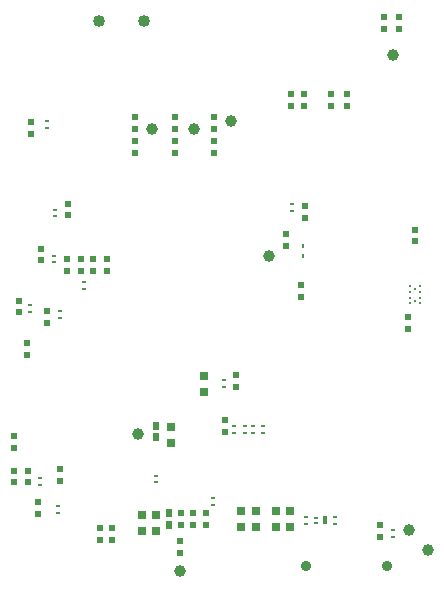
<source format=gbr>
%TF.GenerationSoftware,Altium Limited,Altium Designer,20.1.11 (218)*%
G04 Layer_Color=255*
%FSLAX45Y45*%
%MOMM*%
%TF.SameCoordinates,C7425212-4277-447C-8971-9BA6FDDE4791*%
%TF.FilePolarity,Positive*%
%TF.FileFunction,Pads,Bot*%
%TF.Part,Single*%
G01*
G75*
%TA.AperFunction,SMDPad,CuDef*%
%ADD32R,0.55000X0.60000*%
%TA.AperFunction,ComponentPad*%
%ADD57C,0.90000*%
%ADD58C,1.02000*%
%TA.AperFunction,SMDPad,CuDef*%
%ADD76R,0.50000X0.60000*%
%ADD77R,0.30000X0.27000*%
%ADD78R,0.80000X0.75000*%
%ADD79C,1.00000*%
%ADD80R,0.40000X0.70000*%
%ADD81R,0.40000X0.25000*%
%TA.AperFunction,BGAPad,CuDef*%
%ADD82C,0.25000*%
%TA.AperFunction,SMDPad,CuDef*%
%ADD83R,0.25000X0.36000*%
%ADD84R,0.50000X0.65000*%
D32*
X4700000Y2990002D02*
D03*
Y3090002D02*
D03*
X2090000Y2840000D02*
D03*
Y2740000D02*
D03*
X2329999Y3839999D02*
D03*
Y3740000D02*
D03*
X2669999Y3740001D02*
D03*
Y3840001D02*
D03*
X3000002D02*
D03*
Y3740001D02*
D03*
X1579997Y2300001D02*
D03*
Y2400001D02*
D03*
X2130001Y559999D02*
D03*
Y459999D02*
D03*
X1510002Y779999D02*
D03*
Y679999D02*
D03*
X2999998Y4039999D02*
D03*
Y3939999D02*
D03*
X2669999Y4040000D02*
D03*
Y3940001D02*
D03*
X2329999Y4040000D02*
D03*
Y3940001D02*
D03*
X2720002Y690000D02*
D03*
Y590000D02*
D03*
X2820002Y589999D02*
D03*
Y689999D02*
D03*
X3089999Y1480001D02*
D03*
Y1380001D02*
D03*
X2929998Y589999D02*
D03*
Y689999D02*
D03*
X2710000Y350001D02*
D03*
Y450001D02*
D03*
X3180001Y1759999D02*
D03*
Y1859999D02*
D03*
D57*
X3780000Y240002D02*
D03*
X4459999D02*
D03*
D58*
X2020000Y4860000D02*
D03*
X2401000D02*
D03*
D76*
X2029998Y559999D02*
D03*
Y459999D02*
D03*
X4439999Y4789999D02*
D03*
Y4889999D02*
D03*
X4560002Y4789999D02*
D03*
Y4889999D02*
D03*
X4399998Y489999D02*
D03*
Y589999D02*
D03*
X4639999Y2349999D02*
D03*
Y2249999D02*
D03*
X1692502Y1059998D02*
D03*
Y959998D02*
D03*
X1449999Y4000002D02*
D03*
Y3900002D02*
D03*
X1530000Y2830000D02*
D03*
Y2930000D02*
D03*
X1410001Y2129999D02*
D03*
Y2029999D02*
D03*
X1749999Y2840000D02*
D03*
Y2740000D02*
D03*
X1869999Y2839998D02*
D03*
Y2739998D02*
D03*
X1349999Y2390001D02*
D03*
Y2490001D02*
D03*
X1760001Y3309999D02*
D03*
Y3209999D02*
D03*
X1970000Y2740000D02*
D03*
Y2840000D02*
D03*
X1300000Y1240000D02*
D03*
Y1340000D02*
D03*
X1419998Y1050002D02*
D03*
Y950002D02*
D03*
X1300000Y1049998D02*
D03*
Y949998D02*
D03*
X3729998Y2620000D02*
D03*
Y2520001D02*
D03*
X3610004Y3049999D02*
D03*
Y2949999D02*
D03*
X3770002Y3190002D02*
D03*
Y3290002D02*
D03*
X3650000Y4140000D02*
D03*
Y4240000D02*
D03*
X3759999Y4139999D02*
D03*
Y4239999D02*
D03*
X3989996Y4140000D02*
D03*
Y4240000D02*
D03*
X4120002Y4139999D02*
D03*
Y4239999D02*
D03*
D77*
X3170001Y1428502D02*
D03*
Y1371499D02*
D03*
X3410002Y1428501D02*
D03*
Y1371498D02*
D03*
X1520008Y931510D02*
D03*
Y988508D02*
D03*
X3780001Y601501D02*
D03*
Y658499D02*
D03*
X4019999Y658501D02*
D03*
Y601498D02*
D03*
X1900006Y2591507D02*
D03*
Y2648510D02*
D03*
X1579994Y4008491D02*
D03*
Y3951493D02*
D03*
X1640000Y2813003D02*
D03*
Y2870000D02*
D03*
X1439993Y2391495D02*
D03*
Y2448493D02*
D03*
X4509998Y491498D02*
D03*
Y548500D02*
D03*
X1650010Y3258510D02*
D03*
Y3201507D02*
D03*
X1690010Y2398508D02*
D03*
Y2341510D02*
D03*
X1680006Y748507D02*
D03*
Y691509D02*
D03*
X3660000Y3251501D02*
D03*
Y3308499D02*
D03*
X3329998Y1371503D02*
D03*
Y1428500D02*
D03*
X3259997Y1370003D02*
D03*
Y1427000D02*
D03*
X2509999Y1008501D02*
D03*
Y951498D02*
D03*
X2989999Y761498D02*
D03*
Y818501D02*
D03*
X3079999Y1761499D02*
D03*
Y1818502D02*
D03*
D78*
X3230001Y572501D02*
D03*
Y707502D02*
D03*
X3520001Y572501D02*
D03*
Y707502D02*
D03*
X2389998Y542498D02*
D03*
Y677499D02*
D03*
X3639998Y572502D02*
D03*
Y707503D02*
D03*
X3349999Y707499D02*
D03*
Y572498D02*
D03*
X2910001Y1712501D02*
D03*
Y1847502D02*
D03*
X2510002Y677500D02*
D03*
Y542499D02*
D03*
X2630000Y1417499D02*
D03*
Y1282498D02*
D03*
D79*
X3460000Y2870000D02*
D03*
X4510000Y4570000D02*
D03*
X2824998Y3944999D02*
D03*
X2470001Y3939998D02*
D03*
X3139998Y4010001D02*
D03*
X2710000Y200000D02*
D03*
X2350000Y1360000D02*
D03*
X4810001Y379999D02*
D03*
X4650000Y549998D02*
D03*
D80*
X3934999Y630000D02*
D03*
D81*
X3865002Y607501D02*
D03*
Y652499D02*
D03*
D82*
X4743500Y2464996D02*
D03*
Y2514999D02*
D03*
Y2564996D02*
D03*
Y2614999D02*
D03*
X4700000Y2490000D02*
D03*
Y2590000D02*
D03*
X4656500Y2464996D02*
D03*
Y2514999D02*
D03*
Y2564996D02*
D03*
Y2614999D02*
D03*
D83*
X3750000Y2865997D02*
D03*
Y2950000D02*
D03*
D84*
X2510002Y1427499D02*
D03*
Y1332498D02*
D03*
X2619998Y687499D02*
D03*
Y592498D02*
D03*
%TF.MD5,7029f2cdf0dbb6fbb0856fd3ba03ef98*%
M02*

</source>
